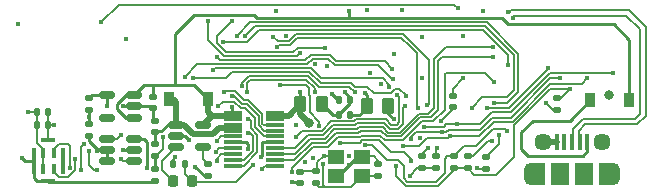
<source format=gbr>
%TF.GenerationSoftware,KiCad,Pcbnew,(6.0.0)*%
%TF.CreationDate,2022-04-23T18:16:10+01:00*%
%TF.ProjectId,pcb I,70636220-492e-46b6-9963-61645f706362,rev?*%
%TF.SameCoordinates,Original*%
%TF.FileFunction,Copper,L4,Bot*%
%TF.FilePolarity,Positive*%
%FSLAX46Y46*%
G04 Gerber Fmt 4.6, Leading zero omitted, Abs format (unit mm)*
G04 Created by KiCad (PCBNEW (6.0.0)) date 2022-04-23 18:16:10*
%MOMM*%
%LPD*%
G01*
G04 APERTURE LIST*
G04 Aperture macros list*
%AMRoundRect*
0 Rectangle with rounded corners*
0 $1 Rounding radius*
0 $2 $3 $4 $5 $6 $7 $8 $9 X,Y pos of 4 corners*
0 Add a 4 corners polygon primitive as box body*
4,1,4,$2,$3,$4,$5,$6,$7,$8,$9,$2,$3,0*
0 Add four circle primitives for the rounded corners*
1,1,$1+$1,$2,$3*
1,1,$1+$1,$4,$5*
1,1,$1+$1,$6,$7*
1,1,$1+$1,$8,$9*
0 Add four rect primitives between the rounded corners*
20,1,$1+$1,$2,$3,$4,$5,0*
20,1,$1+$1,$4,$5,$6,$7,0*
20,1,$1+$1,$6,$7,$8,$9,0*
20,1,$1+$1,$8,$9,$2,$3,0*%
G04 Aperture macros list end*
%TA.AperFunction,SMDPad,CuDef*%
%ADD10RoundRect,0.218750X-0.218750X-0.256250X0.218750X-0.256250X0.218750X0.256250X-0.218750X0.256250X0*%
%TD*%
%TA.AperFunction,SMDPad,CuDef*%
%ADD11RoundRect,0.250000X-0.262500X-0.450000X0.262500X-0.450000X0.262500X0.450000X-0.262500X0.450000X0*%
%TD*%
%TA.AperFunction,SMDPad,CuDef*%
%ADD12R,1.400000X1.200000*%
%TD*%
%TA.AperFunction,SMDPad,CuDef*%
%ADD13RoundRect,0.135000X0.185000X-0.135000X0.185000X0.135000X-0.185000X0.135000X-0.185000X-0.135000X0*%
%TD*%
%TA.AperFunction,SMDPad,CuDef*%
%ADD14RoundRect,0.140000X0.170000X-0.140000X0.170000X0.140000X-0.170000X0.140000X-0.170000X-0.140000X0*%
%TD*%
%TA.AperFunction,SMDPad,CuDef*%
%ADD15RoundRect,0.135000X-0.135000X-0.185000X0.135000X-0.185000X0.135000X0.185000X-0.135000X0.185000X0*%
%TD*%
%TA.AperFunction,SMDPad,CuDef*%
%ADD16RoundRect,0.135000X-0.185000X0.135000X-0.185000X-0.135000X0.185000X-0.135000X0.185000X0.135000X0*%
%TD*%
%TA.AperFunction,SMDPad,CuDef*%
%ADD17R,0.900000X1.200000*%
%TD*%
%TA.AperFunction,SMDPad,CuDef*%
%ADD18R,0.400000X1.350000*%
%TD*%
%TA.AperFunction,SMDPad,CuDef*%
%ADD19R,1.500000X1.900000*%
%TD*%
%TA.AperFunction,ComponentPad*%
%ADD20C,1.450000*%
%TD*%
%TA.AperFunction,SMDPad,CuDef*%
%ADD21R,1.200000X1.900000*%
%TD*%
%TA.AperFunction,ComponentPad*%
%ADD22O,1.200000X1.900000*%
%TD*%
%TA.AperFunction,SMDPad,CuDef*%
%ADD23RoundRect,0.250000X0.262500X0.450000X-0.262500X0.450000X-0.262500X-0.450000X0.262500X-0.450000X0*%
%TD*%
%TA.AperFunction,SMDPad,CuDef*%
%ADD24RoundRect,0.140000X-0.170000X0.140000X-0.170000X-0.140000X0.170000X-0.140000X0.170000X0.140000X0*%
%TD*%
%TA.AperFunction,SMDPad,CuDef*%
%ADD25R,0.406400X0.939800*%
%TD*%
%TA.AperFunction,SMDPad,CuDef*%
%ADD26R,1.295400X0.355600*%
%TD*%
%TA.AperFunction,SMDPad,CuDef*%
%ADD27R,0.355600X2.311400*%
%TD*%
%TA.AperFunction,SMDPad,CuDef*%
%ADD28RoundRect,0.140000X-0.140000X-0.170000X0.140000X-0.170000X0.140000X0.170000X-0.140000X0.170000X0*%
%TD*%
%TA.AperFunction,SMDPad,CuDef*%
%ADD29RoundRect,0.150000X0.512500X0.150000X-0.512500X0.150000X-0.512500X-0.150000X0.512500X-0.150000X0*%
%TD*%
%TA.AperFunction,SMDPad,CuDef*%
%ADD30RoundRect,0.150000X-0.512500X-0.150000X0.512500X-0.150000X0.512500X0.150000X-0.512500X0.150000X0*%
%TD*%
%TA.AperFunction,SMDPad,CuDef*%
%ADD31R,1.600000X0.300000*%
%TD*%
%TA.AperFunction,SMDPad,CuDef*%
%ADD32RoundRect,0.140000X0.140000X0.170000X-0.140000X0.170000X-0.140000X-0.170000X0.140000X-0.170000X0*%
%TD*%
%TA.AperFunction,ViaPad*%
%ADD33C,0.400000*%
%TD*%
%TA.AperFunction,ViaPad*%
%ADD34C,0.800000*%
%TD*%
%TA.AperFunction,Conductor*%
%ADD35C,0.127000*%
%TD*%
%TA.AperFunction,Conductor*%
%ADD36C,0.254000*%
%TD*%
%TA.AperFunction,Conductor*%
%ADD37C,0.508000*%
%TD*%
%TA.AperFunction,Conductor*%
%ADD38C,0.200000*%
%TD*%
G04 APERTURE END LIST*
D10*
%TO.P,CHG1,1,C*%
%TO.N,Net-(CHG1-Pad1)*%
X89212500Y-95200000D03*
%TO.P,CHG1,2,A*%
%TO.N,/CHRG_STAT*%
X90787500Y-95200000D03*
%TD*%
D11*
%TO.P,FB70,1,P$1*%
%TO.N,GND*%
X100000000Y-88720000D03*
%TO.P,FB70,2,P$2*%
%TO.N,GNDA*%
X101825000Y-88720000D03*
%TD*%
D12*
%TO.P,X20,1,1*%
%TO.N,Net-(C22-Pad1)*%
X105200000Y-94800000D03*
%TO.P,X20,2,2*%
%TO.N,Net-(C23-Pad1)*%
X103000000Y-93200000D03*
%TO.P,X20,GND1*%
%TO.N,N/C*%
X105200000Y-93200000D03*
%TO.P,X20,GND2*%
X103000000Y-94800000D03*
%TD*%
D13*
%TO.P,R25,1,1*%
%TO.N,GND*%
X110290000Y-94160000D03*
%TO.P,R25,2,2*%
%TO.N,/GPIO0*%
X110290000Y-93140000D03*
%TD*%
D14*
%TO.P,C22,1,1*%
%TO.N,Net-(C22-Pad1)*%
X106600000Y-94780000D03*
%TO.P,C22,2,2*%
%TO.N,GND*%
X106600000Y-93820000D03*
%TD*%
D13*
%TO.P,R26,1,1*%
%TO.N,GND*%
X111450000Y-94160000D03*
%TO.P,R26,2,2*%
%TO.N,/GPIO1*%
X111450000Y-93140000D03*
%TD*%
D15*
%TO.P,R72,1,1*%
%TO.N,+3V3*%
X89190000Y-93800000D03*
%TO.P,R72,2,2*%
%TO.N,/CHRG_STAT*%
X90210000Y-93800000D03*
%TD*%
D16*
%TO.P,R70,1,1*%
%TO.N,/A4*%
X87700000Y-94180000D03*
%TO.P,R70,2,2*%
%TO.N,GND*%
X87700000Y-95200000D03*
%TD*%
D14*
%TO.P,C74,1,1*%
%TO.N,+3V3*%
X82100000Y-91380000D03*
%TO.P,C74,2,2*%
%TO.N,GND*%
X82100000Y-90420000D03*
%TD*%
D17*
%TO.P,D71,1,C*%
%TO.N,VBUS*%
X92150000Y-88300000D03*
%TO.P,D71,2,A*%
%TO.N,+BATT*%
X88850000Y-88300000D03*
%TD*%
D18*
%TO.P,CN70,1,VBUS*%
%TO.N,Net-(CN70-Pad1)*%
X124300000Y-91900000D03*
%TO.P,CN70,2,D+*%
%TO.N,/D+*%
X123650000Y-91900000D03*
%TO.P,CN70,3,D-*%
%TO.N,/D-*%
X123000000Y-91900000D03*
%TO.P,CN70,4,ID*%
%TO.N,unconnected-(CN70-Pad4)*%
X122350000Y-91900000D03*
%TO.P,CN70,5,GND*%
%TO.N,GND*%
X121700000Y-91900000D03*
D19*
%TO.P,CN70,6,GND*%
X122000000Y-94600000D03*
D20*
X120500000Y-91900000D03*
D21*
X120100000Y-94600000D03*
D19*
X124000000Y-94600000D03*
D22*
X119500000Y-94600000D03*
D20*
X125500000Y-91900000D03*
D22*
X126500000Y-94600000D03*
D21*
X125900000Y-94600000D03*
%TD*%
D13*
%TO.P,R24,1,1*%
%TO.N,+3.3VA*%
X114150000Y-94160000D03*
%TO.P,R24,2,2*%
%TO.N,/D5*%
X114150000Y-93140000D03*
%TD*%
D16*
%TO.P,R73,1,1*%
%TO.N,Net-(R73-Pad1)*%
X92200000Y-93790000D03*
%TO.P,R73,2,2*%
%TO.N,GND*%
X92200000Y-94810000D03*
%TD*%
D23*
%TO.P,FB71,1,P$1*%
%TO.N,+3.3VA*%
X107425000Y-88900000D03*
%TO.P,FB71,2,P$2*%
%TO.N,VDDA*%
X105600000Y-88900000D03*
%TD*%
D24*
%TO.P,C71,1,1*%
%TO.N,VBUS*%
X87500000Y-88120000D03*
%TO.P,C71,2,2*%
%TO.N,GND*%
X87500000Y-89080000D03*
%TD*%
D13*
%TO.P,R23,1,1*%
%TO.N,+3.3VA*%
X113020000Y-94160000D03*
%TO.P,R23,2,2*%
%TO.N,/D6*%
X113020000Y-93140000D03*
%TD*%
D25*
%TO.P,U9,1,VDD*%
%TO.N,+3V3*%
X78214792Y-94176275D03*
%TO.P,U9,2,LR*%
X78214792Y-92823725D03*
%TO.P,U9,3,CLK*%
%TO.N,/DMIC1_CLK*%
X79116492Y-92823725D03*
%TO.P,U9,4,DOUT*%
%TO.N,/DMIC1_L*%
X79116492Y-94176275D03*
D26*
%TO.P,U9,5,GND*%
%TO.N,GND*%
X78665642Y-95227200D03*
%TO.P,U9,6,GND*%
X78665642Y-91772800D03*
D27*
%TO.P,U9,7,GND*%
X77440092Y-93500000D03*
%TO.P,U9,8,GND*%
X79891192Y-93500000D03*
%TD*%
D17*
%TO.P,D72,1,C*%
%TO.N,VBUS*%
X127850000Y-88400000D03*
%TO.P,D72,2,A*%
%TO.N,Net-(CN70-Pad1)*%
X124550000Y-88400000D03*
%TD*%
D24*
%TO.P,C23,1,1*%
%TO.N,Net-(C23-Pad1)*%
X100000000Y-94420000D03*
%TO.P,C23,2,2*%
%TO.N,GND*%
X100000000Y-95380000D03*
%TD*%
D28*
%TO.P,C90,1,1*%
%TO.N,+3V3*%
X77685642Y-89400000D03*
%TO.P,C90,2,2*%
%TO.N,GND*%
X78645642Y-89400000D03*
%TD*%
D29*
%TO.P,U70,1,IN*%
%TO.N,VBUS*%
X85937500Y-87950000D03*
%TO.P,U70,2,GND*%
%TO.N,GND*%
X85937500Y-88900000D03*
%TO.P,U70,3,EN*%
%TO.N,VBUS*%
X85937500Y-89850000D03*
%TO.P,U70,4,P4*%
%TO.N,unconnected-(U70-Pad4)*%
X83662500Y-89850000D03*
%TO.P,U70,5,OUT*%
%TO.N,+3V3*%
X83662500Y-87950000D03*
%TD*%
D30*
%TO.P,U72,1,STAT*%
%TO.N,Net-(CHG1-Pad1)*%
X89462500Y-92350000D03*
%TO.P,U72,2,VSS*%
%TO.N,GND*%
X89462500Y-91400000D03*
%TO.P,U72,3,VBAT*%
%TO.N,+BATT*%
X89462500Y-90450000D03*
%TO.P,U72,4,VDD*%
%TO.N,VBUS*%
X91737500Y-90450000D03*
%TO.P,U72,5,PROG*%
%TO.N,Net-(R73-Pad1)*%
X91737500Y-92350000D03*
%TD*%
D24*
%TO.P,C24,1,1*%
%TO.N,+3.3VA*%
X121700000Y-88220000D03*
%TO.P,C24,2,2*%
%TO.N,GND*%
X121700000Y-89180000D03*
%TD*%
D14*
%TO.P,C11,1,1*%
%TO.N,+3V3*%
X112900000Y-88980000D03*
%TO.P,C11,2,2*%
%TO.N,GND*%
X112900000Y-88020000D03*
%TD*%
D13*
%TO.P,R22,1,1*%
%TO.N,Net-(C22-Pad1)*%
X101300000Y-95410000D03*
%TO.P,R22,2,2*%
%TO.N,Net-(C23-Pad1)*%
X101300000Y-94390000D03*
%TD*%
D14*
%TO.P,C77,1,1*%
%TO.N,+BATT*%
X87700000Y-91080000D03*
%TO.P,C77,2,2*%
%TO.N,GND*%
X87700000Y-90120000D03*
%TD*%
D29*
%TO.P,U71,1,VOUT2*%
%TO.N,+3.3VA*%
X85937500Y-91650000D03*
%TO.P,U71,2,GND*%
%TO.N,GND*%
X85937500Y-92600000D03*
%TO.P,U71,3,EN2*%
%TO.N,/D4*%
X85937500Y-93550000D03*
%TO.P,U71,4,EN1*%
%TO.N,+3V3*%
X83662500Y-93550000D03*
%TO.P,U71,5,VIN*%
X83662500Y-92600000D03*
%TO.P,U71,6,VOUT1*%
%TO.N,+1V8*%
X83662500Y-91650000D03*
%TD*%
D16*
%TO.P,R71,1,1*%
%TO.N,+BATT*%
X87700000Y-92120000D03*
%TO.P,R71,2,2*%
%TO.N,/A4*%
X87700000Y-93140000D03*
%TD*%
D28*
%TO.P,C20,1,1*%
%TO.N,Net-(C20-Pad1)*%
X103232500Y-88400000D03*
%TO.P,C20,2,2*%
%TO.N,GNDA*%
X104192500Y-88400000D03*
%TD*%
%TO.P,C91,1,1*%
%TO.N,+3V3*%
X77685642Y-90500000D03*
%TO.P,C91,2,2*%
%TO.N,GND*%
X78645642Y-90500000D03*
%TD*%
D31*
%TO.P,J10,1,Pin_1*%
%TO.N,/vs1053_LEFT*%
X94250000Y-93950000D03*
%TO.P,J10,2,Pin_2*%
%TO.N,/vs1053_RIGHT*%
X94250000Y-93450000D03*
%TO.P,J10,3,Pin_3*%
%TO.N,/AOHPL*%
X94250000Y-92950000D03*
%TO.P,J10,4,Pin_4*%
%TO.N,/AOHPR*%
X94250000Y-92450000D03*
%TO.P,J10,5,Pin_5*%
%TO.N,GNDA*%
X94250000Y-91950000D03*
%TO.P,J10,6,Pin_6*%
%TO.N,/D7*%
X94250000Y-91450000D03*
%TO.P,J10,7,Pin_7*%
%TO.N,+BATT*%
X94250000Y-90950000D03*
%TO.P,J10,8,Pin_8*%
X94250000Y-90450000D03*
%TO.P,J10,9,Pin_9*%
%TO.N,VBUS*%
X94250000Y-89950000D03*
%TO.P,J10,10,Pin_10*%
X94250000Y-89450000D03*
%TO.P,J10,11,Pin_11*%
%TO.N,+1V8*%
X97850000Y-93950000D03*
%TO.P,J10,12,Pin_12*%
%TO.N,/SDA*%
X97850000Y-93450000D03*
%TO.P,J10,13,Pin_13*%
%TO.N,/SCL*%
X97850000Y-92950000D03*
%TO.P,J10,14,Pin_14*%
%TO.N,/D3*%
X97850000Y-92450000D03*
%TO.P,J10,15,Pin_15*%
%TO.N,+3V3*%
X97850000Y-91950000D03*
%TO.P,J10,16,Pin_16*%
%TO.N,/A3*%
X97850000Y-91450000D03*
%TO.P,J10,17,Pin_17*%
%TO.N,/D2*%
X97850000Y-90950000D03*
%TO.P,J10,18,Pin_18*%
%TO.N,/D11*%
X97850000Y-90450000D03*
%TO.P,J10,19,Pin_19*%
%TO.N,GND*%
X97850000Y-89950000D03*
%TO.P,J10,20,Pin_20*%
X97850000Y-89450000D03*
%TD*%
D24*
%TO.P,C72,1,1*%
%TO.N,+3V3*%
X82100000Y-88220000D03*
%TO.P,C72,2,2*%
%TO.N,GND*%
X82100000Y-89180000D03*
%TD*%
D32*
%TO.P,C70,1,1*%
%TO.N,VDDA*%
X104192500Y-89600000D03*
%TO.P,C70,2,2*%
%TO.N,GNDA*%
X103232500Y-89600000D03*
%TD*%
D16*
%TO.P,R10,1,1*%
%TO.N,/D13*%
X115730000Y-93160000D03*
%TO.P,R10,2,2*%
%TO.N,Net-(D10-Pad2)*%
X115730000Y-94180000D03*
%TD*%
D33*
%TO.N,GND*%
X79132003Y-90500000D03*
X101089163Y-93302621D03*
X105600000Y-80763000D03*
X76100000Y-81900000D03*
X85000000Y-92600000D03*
X110300000Y-86500000D03*
X104100000Y-93900000D03*
X76450000Y-93300000D03*
X85000000Y-88900000D03*
X91100000Y-94000000D03*
X100000000Y-87724500D03*
X113781250Y-82981250D03*
X120800000Y-88600000D03*
X106800000Y-87037011D03*
D34*
X100752637Y-90330920D03*
D33*
X110300000Y-83000000D03*
X109240000Y-94830000D03*
X82100000Y-89800000D03*
X113800000Y-86500000D03*
X85200000Y-83200000D03*
X97900000Y-80800000D03*
D34*
X126100000Y-87900000D03*
D33*
X90584423Y-91759073D03*
X99300000Y-95300000D03*
%TO.N,Net-(C20-Pad1)*%
X102645499Y-87839545D03*
%TO.N,GNDA*%
X103750000Y-87725000D03*
X95527595Y-92493646D03*
X105900000Y-86073989D03*
X101219399Y-85317553D03*
%TO.N,/~{RESET}*%
X83100000Y-81800000D03*
X113300000Y-80600000D03*
X109365892Y-93500017D03*
X103322740Y-91964840D03*
%TO.N,Net-(C22-Pad1)*%
X101900000Y-93800000D03*
%TO.N,Net-(C23-Pad1)*%
X101967561Y-93084032D03*
%TO.N,+3.3VA*%
X86980500Y-94100498D03*
X122785880Y-87463000D03*
X104100000Y-93100000D03*
X99600000Y-90500000D03*
X107900000Y-90000000D03*
X100419666Y-93619666D03*
X108100000Y-93973989D03*
%TO.N,+3V3*%
X111900000Y-90159700D03*
X98800000Y-82906060D03*
X110100000Y-91548711D03*
X76950000Y-89400000D03*
X107925000Y-84500000D03*
X89400000Y-93200000D03*
X108600000Y-80763000D03*
X82800000Y-92700000D03*
X83600000Y-88900000D03*
X96663104Y-93199565D03*
X115500000Y-80831011D03*
%TO.N,VDDA*%
X105500000Y-87800000D03*
X102226162Y-85475221D03*
%TO.N,VBUS*%
X104125000Y-80800000D03*
X94220000Y-88960000D03*
%TO.N,+1V8*%
X101600000Y-90530920D03*
X98254369Y-87090849D03*
X84800000Y-91310480D03*
X96710000Y-94230000D03*
%TO.N,/MISO*%
X110500931Y-90622700D03*
X113238000Y-90437000D03*
X126505000Y-86095000D03*
%TO.N,/SCLK*%
X124300000Y-86536480D03*
X108701608Y-92231489D03*
X112700000Y-91400000D03*
%TO.N,/MOSI*%
X109400931Y-91700931D03*
X122000000Y-86536480D03*
X112000000Y-91100000D03*
%TO.N,/D5*%
X116259517Y-91859517D03*
X120977967Y-85634958D03*
X115810862Y-89073480D03*
%TO.N,/D13*%
X116816826Y-91305571D03*
%TO.N,/GPIO1*%
X111600000Y-92400000D03*
%TO.N,/D6*%
X105437000Y-92200498D03*
X117529621Y-90979051D03*
%TO.N,/GPIO0*%
X110794500Y-92400000D03*
%TO.N,/SCL*%
X116303119Y-83906021D03*
%TO.N,/SDA*%
X116300000Y-84700000D03*
%TO.N,/D2*%
X94238503Y-88033989D03*
X114500000Y-89000000D03*
X95300000Y-82956604D03*
%TO.N,/CHRG_STAT*%
X92600000Y-85800000D03*
X95973500Y-93900000D03*
X107495210Y-87295210D03*
%TO.N,/A4*%
X90200000Y-86400000D03*
X88400500Y-91520949D03*
X107800000Y-86600000D03*
%TO.N,/vs1053_RIGHT*%
X95021962Y-87145007D03*
X104582417Y-87713502D03*
X95524234Y-91140347D03*
%TO.N,/vs1053_LEFT*%
X95584287Y-89963046D03*
X101219594Y-87718396D03*
X95500000Y-87700000D03*
%TO.N,/AOHPR*%
X81454173Y-94299989D03*
X81675919Y-92112023D03*
X92834598Y-92734598D03*
%TO.N,/AOHPL*%
X82100000Y-92720949D03*
X92900000Y-93500000D03*
X82800000Y-94300000D03*
%TO.N,/LED1*%
X94175000Y-81704084D03*
X102100000Y-84000000D03*
%TO.N,/LED2*%
X100000000Y-84400000D03*
X92150000Y-81704084D03*
%TO.N,/D9*%
X108200000Y-87900000D03*
X99600000Y-91500000D03*
%TO.N,/D4*%
X84800000Y-93400000D03*
X90900000Y-86500000D03*
X108900000Y-88012000D03*
%TO.N,/D3*%
X108826011Y-88900000D03*
%TO.N,/BM83_UART_RX*%
X109958987Y-89043649D03*
X98000000Y-83877880D03*
%TO.N,/BM83_UART_TX*%
X110726967Y-88828112D03*
X97700000Y-83000000D03*
%TO.N,/D11*%
X94600000Y-82956604D03*
X116353826Y-88600000D03*
X93569077Y-87716831D03*
%TO.N,/D10*%
X99290500Y-94500000D03*
X116400000Y-86800000D03*
%TO.N,/D7*%
X93461279Y-83440543D03*
X92900000Y-91808587D03*
X117600000Y-85424502D03*
%TO.N,/D-*%
X118033623Y-81407894D03*
%TO.N,/D+*%
X117538647Y-80912918D03*
%TO.N,/DMIC1_CLK*%
X80468494Y-94100000D03*
%TO.N,/DMIC1_L*%
X80931494Y-93373989D03*
%TO.N,Net-(D10-Pad2)*%
X114936180Y-94150000D03*
%TO.N,/A3*%
X93000000Y-88900000D03*
X92900000Y-84700000D03*
X107778315Y-85707885D03*
%TD*%
D35*
%TO.N,GND*%
X112900000Y-88020000D02*
X112900000Y-87400000D01*
D36*
X103200000Y-94800000D02*
X103000000Y-94800000D01*
X77440092Y-93500000D02*
X76650000Y-93500000D01*
X77727200Y-95227200D02*
X78665642Y-95227200D01*
D35*
X106600000Y-93500000D02*
X106200000Y-93100000D01*
D36*
X87500000Y-89080000D02*
X87500000Y-89920000D01*
X90225350Y-91400000D02*
X90584423Y-91759073D01*
X78665642Y-95227200D02*
X78747173Y-95308731D01*
D35*
X121700000Y-89180000D02*
X121380000Y-89180000D01*
D37*
X100000000Y-88720000D02*
X100000000Y-89578283D01*
D36*
X87591269Y-95308731D02*
X78747173Y-95308731D01*
D35*
X78665642Y-91772800D02*
X78665642Y-90520000D01*
D36*
X87500000Y-89920000D02*
X87700000Y-90120000D01*
D37*
X120500000Y-91900000D02*
X121696489Y-91900000D01*
D36*
X85937500Y-88900000D02*
X87320000Y-88900000D01*
X82100000Y-90420000D02*
X82100000Y-89800000D01*
X99920000Y-95300000D02*
X100000000Y-95380000D01*
D35*
X78645642Y-90500000D02*
X79132003Y-90500000D01*
D36*
X87591269Y-95308731D02*
X87700000Y-95200000D01*
X85937500Y-92600000D02*
X85000000Y-92600000D01*
D35*
X78645642Y-90500000D02*
X78645642Y-89400000D01*
X112900000Y-87400000D02*
X113800000Y-86500000D01*
X111450000Y-94160000D02*
X110290000Y-94160000D01*
X106600000Y-93820000D02*
X106600000Y-93500000D01*
D36*
X76650000Y-93500000D02*
X76450000Y-93300000D01*
X89462500Y-91400000D02*
X90225350Y-91400000D01*
X92200000Y-94810000D02*
X91910000Y-94810000D01*
X104800000Y-93200000D02*
X105200000Y-93200000D01*
D35*
X121380000Y-89180000D02*
X120800000Y-88600000D01*
D36*
X99300000Y-95300000D02*
X99920000Y-95300000D01*
X77440092Y-93500000D02*
X77440092Y-94940092D01*
X104100000Y-93900000D02*
X104800000Y-93200000D01*
D37*
X99980000Y-88720000D02*
X99000000Y-89700000D01*
D36*
X85937500Y-88900000D02*
X85000000Y-88900000D01*
X104100000Y-93900000D02*
X103200000Y-94800000D01*
D35*
X109910000Y-94160000D02*
X110290000Y-94160000D01*
D37*
X99000000Y-89700000D02*
X97300000Y-89700000D01*
D36*
X105200000Y-93100000D02*
X104854008Y-93100000D01*
X100000000Y-87724500D02*
X100000000Y-88720000D01*
X82100000Y-89180000D02*
X82100000Y-89800000D01*
D35*
X106200000Y-93100000D02*
X105200000Y-93100000D01*
D36*
X87320000Y-88900000D02*
X87500000Y-89080000D01*
X91910000Y-94810000D02*
X91100000Y-94000000D01*
D35*
X78665642Y-90520000D02*
X78645642Y-90500000D01*
D36*
X77440092Y-94940092D02*
X77727200Y-95227200D01*
D37*
X100000000Y-89578283D02*
X100752637Y-90330920D01*
D35*
X109240000Y-94830000D02*
X109910000Y-94160000D01*
D36*
%TO.N,Net-(C20-Pad1)*%
X103205954Y-88400000D02*
X102645499Y-87839545D01*
X103232500Y-88400000D02*
X103205954Y-88400000D01*
%TO.N,GNDA*%
X102725000Y-89600000D02*
X101825000Y-88700000D01*
X94250000Y-91950000D02*
X95353022Y-91950000D01*
X103750000Y-87725000D02*
X104192500Y-88167500D01*
X104192500Y-88167500D02*
X104192500Y-88400000D01*
X103232500Y-89590242D02*
X104192500Y-88630242D01*
X95353022Y-91950000D02*
X95527595Y-92124573D01*
X103232500Y-89600000D02*
X102725000Y-89600000D01*
X95527595Y-92124573D02*
X95527595Y-92493646D01*
D35*
%TO.N,/~{RESET}*%
X103322740Y-91964840D02*
X105017860Y-91964840D01*
X105017860Y-91964840D02*
X105243749Y-91738951D01*
X109365892Y-93345892D02*
X109365892Y-93500017D01*
X105243749Y-91737487D02*
X106627487Y-91737487D01*
X107650000Y-92760000D02*
X108780000Y-92760000D01*
X113000000Y-80300000D02*
X113300000Y-80600000D01*
X105243749Y-91738951D02*
X105243749Y-91737487D01*
X83100000Y-81800000D02*
X84600000Y-80300000D01*
X106627487Y-91737487D02*
X107650000Y-92760000D01*
X108780000Y-92760000D02*
X109365892Y-93345892D01*
X84600000Y-80300000D02*
X113000000Y-80300000D01*
%TO.N,Net-(C22-Pad1)*%
X101920999Y-95520999D02*
X102100000Y-95700000D01*
X105200000Y-94800000D02*
X104300000Y-95700000D01*
X104300000Y-95700000D02*
X102100000Y-95700000D01*
X101920999Y-93820999D02*
X101920999Y-95520999D01*
X102100000Y-95700000D02*
X101590000Y-95700000D01*
X106580000Y-94800000D02*
X106600000Y-94780000D01*
X105200000Y-94800000D02*
X106580000Y-94800000D01*
X101590000Y-95700000D02*
X101300000Y-95410000D01*
X101900000Y-93800000D02*
X101920999Y-93820999D01*
%TO.N,Net-(C23-Pad1)*%
X102984032Y-93084032D02*
X103000000Y-93100000D01*
X101967561Y-93084032D02*
X102984032Y-93084032D01*
X101436989Y-94253011D02*
X101300000Y-94390000D01*
X101436989Y-93608213D02*
X101436989Y-94253011D01*
X101967561Y-93084032D02*
X101961170Y-93084032D01*
X101300000Y-94390000D02*
X100030000Y-94390000D01*
X100030000Y-94390000D02*
X100000000Y-94420000D01*
X101961170Y-93084032D02*
X101436989Y-93608213D01*
%TO.N,+3.3VA*%
X108100000Y-94806568D02*
X108912963Y-95619531D01*
X121160539Y-87463000D02*
X122785880Y-87463000D01*
X108912963Y-95619531D02*
X111660469Y-95619531D01*
X122785880Y-87463000D02*
X122028880Y-88220000D01*
X111660469Y-95619531D02*
X113020000Y-94260000D01*
D36*
X85937500Y-91650000D02*
X86750000Y-91650000D01*
D35*
X116561770Y-94720000D02*
X118107487Y-93174283D01*
D36*
X86750000Y-91650000D02*
X86980500Y-91880500D01*
D35*
X113020000Y-94160000D02*
X114150000Y-94160000D01*
D36*
X86980500Y-91880500D02*
X86980500Y-94100498D01*
D35*
X114150000Y-94160000D02*
X114710000Y-94720000D01*
X122028880Y-88220000D02*
X121700000Y-88220000D01*
D36*
X107425000Y-89525000D02*
X107900000Y-90000000D01*
X107425000Y-88900000D02*
X107425000Y-89525000D01*
D35*
X113020000Y-94260000D02*
X113020000Y-94160000D01*
X118107487Y-90516051D02*
X121160539Y-87463000D01*
X108100000Y-93973989D02*
X108100000Y-94806568D01*
X118107487Y-93174283D02*
X118107487Y-90516051D01*
X114710000Y-94720000D02*
X116561770Y-94720000D01*
%TO.N,+3V3*%
X78214792Y-92547500D02*
X77685642Y-92018350D01*
D36*
X83662500Y-87950000D02*
X82370000Y-87950000D01*
D35*
X112900000Y-88980000D02*
X112900000Y-89159700D01*
X89190000Y-93800000D02*
X89190000Y-93410000D01*
X77685642Y-92018350D02*
X77685642Y-90500000D01*
D36*
X82100000Y-91800000D02*
X82100000Y-91380000D01*
D35*
X78214792Y-94176275D02*
X78214792Y-92823725D01*
X77685642Y-89400000D02*
X76950000Y-89400000D01*
D36*
X97850000Y-91950000D02*
X96746978Y-91950000D01*
D35*
X112900000Y-89159700D02*
X111900000Y-90159700D01*
X77685642Y-89400000D02*
X77685642Y-90500000D01*
D36*
X82900000Y-92600000D02*
X82800000Y-92700000D01*
X83662500Y-92600000D02*
X82900000Y-92600000D01*
X96723489Y-91973489D02*
X96723489Y-93139180D01*
X82900000Y-92600000D02*
X82100000Y-91800000D01*
D35*
X78214792Y-92823725D02*
X78214792Y-92547500D01*
D36*
X82370000Y-87950000D02*
X82100000Y-88220000D01*
X96746978Y-91950000D02*
X96723489Y-91973489D01*
X83662500Y-88837500D02*
X83600000Y-88900000D01*
X83662500Y-93550000D02*
X83662500Y-92600000D01*
X96723489Y-93139180D02*
X96663104Y-93199565D01*
X83662500Y-87950000D02*
X83662500Y-88837500D01*
D35*
X89190000Y-93410000D02*
X89400000Y-93200000D01*
D36*
%TO.N,VDDA*%
X105600000Y-87900000D02*
X105500000Y-87800000D01*
X104192500Y-89600000D02*
X105000000Y-89600000D01*
X105600000Y-88900000D02*
X105600000Y-87900000D01*
X105000000Y-89600000D02*
X105600000Y-89000000D01*
D37*
%TO.N,VBUS*%
X92500000Y-89700000D02*
X94240000Y-89700000D01*
D36*
X84473489Y-89118089D02*
X84473489Y-88681911D01*
X126534405Y-81934405D02*
X117565595Y-81934405D01*
X85205400Y-89850000D02*
X84473489Y-89118089D01*
X94220000Y-88960000D02*
X94220000Y-89680000D01*
X104100000Y-81400000D02*
X104100000Y-80825000D01*
X107900000Y-81400000D02*
X104100000Y-81400000D01*
D37*
X94240000Y-89700000D02*
X94800000Y-89700000D01*
X94800000Y-89700000D02*
X94653511Y-89846489D01*
D36*
X87500000Y-87100000D02*
X86787500Y-87100000D01*
X117031190Y-81400000D02*
X107900000Y-81400000D01*
X104100000Y-81400000D02*
X96300000Y-81400000D01*
X89500000Y-87100000D02*
X87500000Y-87100000D01*
D37*
X91750000Y-90450000D02*
X92500000Y-89700000D01*
D36*
X92150000Y-88300000D02*
X90950000Y-87100000D01*
X86787500Y-87100000D02*
X85937500Y-87950000D01*
X104100000Y-80825000D02*
X104125000Y-80800000D01*
X96300000Y-81400000D02*
X96077573Y-81177573D01*
D37*
X92150000Y-89350000D02*
X92150000Y-88300000D01*
D36*
X117565595Y-81934405D02*
X117031190Y-81400000D01*
X85205400Y-87950000D02*
X85937500Y-87950000D01*
X89400000Y-87000000D02*
X89500000Y-87100000D01*
X127850000Y-83250000D02*
X126534405Y-81934405D01*
X84473489Y-88681911D02*
X85205400Y-87950000D01*
X91022427Y-81177573D02*
X89400000Y-82800000D01*
X85937500Y-89850000D02*
X85205400Y-89850000D01*
X127850000Y-88400000D02*
X127850000Y-83250000D01*
X89400000Y-82800000D02*
X89400000Y-87000000D01*
X87500000Y-88120000D02*
X87500000Y-87100000D01*
D37*
X91737500Y-90450000D02*
X91750000Y-90450000D01*
D36*
X94220000Y-89680000D02*
X94240000Y-89700000D01*
X96077573Y-81177573D02*
X91022427Y-81177573D01*
D37*
X92500000Y-89700000D02*
X92150000Y-89350000D01*
D36*
X90950000Y-87100000D02*
X89500000Y-87100000D01*
D37*
X94653511Y-89846489D02*
X94250000Y-89846489D01*
D35*
%TO.N,+1V8*%
X101600000Y-90530920D02*
X101600000Y-90240643D01*
X101600000Y-90240643D02*
X100775520Y-89416163D01*
X84460480Y-91650000D02*
X83662500Y-91650000D01*
X97850000Y-93950000D02*
X96990000Y-93950000D01*
X100756583Y-87356583D02*
X100490849Y-87090849D01*
X100775520Y-87918937D02*
X100756583Y-87900000D01*
X100490849Y-87090849D02*
X98254369Y-87090849D01*
X96990000Y-93950000D02*
X96710000Y-94230000D01*
X100756583Y-87900000D02*
X100756583Y-87356583D01*
X100775520Y-89416163D02*
X100775520Y-87918937D01*
X84800000Y-91310480D02*
X84460480Y-91650000D01*
D36*
%TO.N,+BATT*%
X88205562Y-90994438D02*
X88750000Y-90450000D01*
D37*
X89200000Y-88300000D02*
X89462500Y-88562500D01*
X89462500Y-88562500D02*
X89462500Y-90450000D01*
D36*
X87785562Y-90994438D02*
X88205562Y-90994438D01*
X87700000Y-91080000D02*
X87785562Y-90994438D01*
D37*
X90175031Y-90450000D02*
X90928551Y-91203520D01*
D36*
X87700000Y-92120000D02*
X87700000Y-91080000D01*
X88750000Y-90450000D02*
X89462500Y-90450000D01*
D37*
X88850000Y-88300000D02*
X89200000Y-88300000D01*
X90928551Y-91203520D02*
X92621480Y-91203520D01*
X93125000Y-90700000D02*
X94800000Y-90700000D01*
X89462500Y-90450000D02*
X90175031Y-90450000D01*
X92621480Y-91203520D02*
X93125000Y-90700000D01*
D35*
%TO.N,/MISO*%
X116217177Y-89400000D02*
X117800000Y-89400000D01*
X113238000Y-90437000D02*
X112363000Y-90437000D01*
X126483480Y-86073480D02*
X126505000Y-86095000D01*
X117800000Y-89400000D02*
X121126520Y-86073480D01*
X115180174Y-90437000D02*
X116217177Y-89400000D01*
X110500931Y-90622700D02*
X112177300Y-90622700D01*
X113238000Y-90437000D02*
X115180174Y-90437000D01*
X121126520Y-86073480D02*
X126483480Y-86073480D01*
X112363000Y-90437000D02*
X112177300Y-90622700D01*
%TO.N,/SCLK*%
X115140712Y-91400000D02*
X116351182Y-90189531D01*
X112700000Y-91400000D02*
X115140712Y-91400000D01*
X117972238Y-90189531D02*
X121161769Y-87000000D01*
X110072020Y-92231489D02*
X110738509Y-91565000D01*
X123836480Y-87000000D02*
X124300000Y-86536480D01*
X121161769Y-87000000D02*
X123836480Y-87000000D01*
X112535000Y-91565000D02*
X110738509Y-91565000D01*
X116351182Y-90189531D02*
X117972238Y-90189531D01*
X112535000Y-91565000D02*
X112700000Y-91400000D01*
X108701608Y-92231489D02*
X110072020Y-92231489D01*
%TO.N,/MOSI*%
X121163520Y-86536480D02*
X122000000Y-86536480D01*
X116215934Y-89863011D02*
X117836989Y-89863011D01*
X112000000Y-91100000D02*
X112345202Y-91100000D01*
X109400931Y-91507919D02*
X109823139Y-91085711D01*
X112545202Y-90900000D02*
X115178943Y-90900000D01*
X112345202Y-91100000D02*
X112545202Y-90900000D01*
X117836989Y-89863011D02*
X121163520Y-86536480D01*
X109400931Y-91700931D02*
X109400931Y-91507919D01*
X109823139Y-91085711D02*
X111985711Y-91085711D01*
X111985711Y-91085711D02*
X112000000Y-91100000D01*
X115178943Y-90900000D02*
X116215934Y-89863011D01*
%TO.N,/D5*%
X120977967Y-85722033D02*
X120977967Y-85634958D01*
X120800000Y-85900000D02*
X117626520Y-89073480D01*
X114580000Y-93140000D02*
X115860483Y-91859517D01*
X115860483Y-91859517D02*
X116259517Y-91859517D01*
X114150000Y-93140000D02*
X114580000Y-93140000D01*
X117626520Y-89073480D02*
X115810862Y-89073480D01*
X120800000Y-85900000D02*
X120977967Y-85722033D01*
%TO.N,/D13*%
X116816826Y-91305571D02*
X116816826Y-92073174D01*
X116816826Y-92073174D02*
X115730000Y-93160000D01*
%TO.N,/GPIO1*%
X111450000Y-93140000D02*
X111450000Y-92550000D01*
X111450000Y-92550000D02*
X111600000Y-92400000D01*
%TO.N,/D6*%
X108750000Y-93969191D02*
X108254787Y-93473978D01*
X112210000Y-94570000D02*
X112210000Y-93360000D01*
X112430000Y-93140000D02*
X113020000Y-93140000D01*
X107300000Y-93473978D02*
X106026022Y-92200000D01*
X112210000Y-93360000D02*
X112430000Y-93140000D01*
X108254787Y-93473978D02*
X107300000Y-93473978D01*
X108750000Y-94994798D02*
X108750000Y-93969191D01*
X106026022Y-92200000D02*
X106025524Y-92200498D01*
X117393130Y-90842560D02*
X116297440Y-90842560D01*
X117529621Y-90979051D02*
X117393130Y-90842560D01*
X106025524Y-92200498D02*
X105437000Y-92200498D01*
X116297440Y-90842560D02*
X114860000Y-92280000D01*
X111486989Y-95293011D02*
X112210000Y-94570000D01*
X109048213Y-95293011D02*
X108750000Y-94994798D01*
X113880000Y-92280000D02*
X113020000Y-93140000D01*
X111486989Y-95293011D02*
X109048213Y-95293011D01*
X114860000Y-92280000D02*
X113880000Y-92280000D01*
%TO.N,/GPIO0*%
X110290000Y-93140000D02*
X110290000Y-92904500D01*
X110290000Y-92904500D02*
X110794500Y-92400000D01*
%TO.N,/SCL*%
X104769908Y-90826060D02*
X102883198Y-90826060D01*
X104952908Y-90643060D02*
X104769908Y-90826060D01*
X102062298Y-91646960D02*
X100814052Y-91646960D01*
X116303119Y-83906021D02*
X112293979Y-83906021D01*
X107437716Y-91116051D02*
X106964724Y-90643060D01*
X111313011Y-89013011D02*
X110819362Y-89506660D01*
X108407489Y-91116051D02*
X107437716Y-91116051D01*
X102883198Y-90826060D02*
X102062298Y-91646960D01*
X106964724Y-90643060D02*
X104952908Y-90643060D01*
X99511010Y-92950000D02*
X97850000Y-92950000D01*
X110819362Y-89506660D02*
X110016879Y-89506660D01*
X112293979Y-83906021D02*
X111313011Y-84886989D01*
X110016879Y-89506660D02*
X108407489Y-91116051D01*
X100814052Y-91646960D02*
X99511010Y-92950000D01*
X111313011Y-84886989D02*
X111313011Y-89013011D01*
%TO.N,/SDA*%
X100949301Y-91973480D02*
X99472780Y-93450000D01*
X111961770Y-84700000D02*
X111639531Y-85022239D01*
X102197548Y-91973480D02*
X100949301Y-91973480D01*
X111639531Y-89235249D02*
X111041600Y-89833180D01*
X105088144Y-90969580D02*
X104905144Y-91152580D01*
X111639531Y-85022239D02*
X111639531Y-89235249D01*
X103018448Y-91152580D02*
X102197548Y-91973480D01*
X104905144Y-91152580D02*
X103018448Y-91152580D01*
X116300000Y-84700000D02*
X111961770Y-84700000D01*
X111041600Y-89833180D02*
X110152128Y-89833180D01*
X108542739Y-91442571D02*
X107302467Y-91442571D01*
X107302467Y-91442571D02*
X106829476Y-90969580D01*
X99472780Y-93450000D02*
X97850000Y-93450000D01*
X106829476Y-90969580D02*
X105088144Y-90969580D01*
X110152128Y-89833180D02*
X108542739Y-91442571D01*
%TO.N,/D2*%
X96400000Y-82116540D02*
X96140064Y-82116540D01*
X115516540Y-82116540D02*
X96400000Y-82116540D01*
X114500000Y-89000000D02*
X115363011Y-88136989D01*
X117501241Y-88136989D02*
X118100000Y-87538230D01*
X96912208Y-90950000D02*
X97850000Y-90950000D01*
X94410557Y-88033989D02*
X95087037Y-88710469D01*
X115630205Y-82116540D02*
X115516540Y-82116540D01*
X95087037Y-88710469D02*
X95448261Y-88710469D01*
X96140064Y-82116540D02*
X95300000Y-82956604D01*
X96456460Y-89718668D02*
X96456460Y-90494251D01*
X95448261Y-88710469D02*
X96456460Y-89718668D01*
X115363011Y-88136989D02*
X117501241Y-88136989D01*
X94238503Y-88033989D02*
X94410557Y-88033989D01*
X118100000Y-84586335D02*
X115630205Y-82116540D01*
X96456460Y-90494251D02*
X96912208Y-90950000D01*
X118100000Y-87538230D02*
X118100000Y-84586335D01*
%TO.N,/CHRG_STAT*%
X101784066Y-86536989D02*
X100894036Y-85646960D01*
X107495210Y-87295210D02*
X107495210Y-87077423D01*
X90787500Y-95200000D02*
X90930520Y-95343020D01*
X90210000Y-94622500D02*
X90787500Y-95200000D01*
X100894036Y-85646960D02*
X92753040Y-85646960D01*
X90210000Y-93800000D02*
X90210000Y-94622500D01*
X107495210Y-87077423D02*
X106954776Y-86536989D01*
X92753040Y-85646960D02*
X92600000Y-85800000D01*
X106954776Y-86536989D02*
X101784066Y-86536989D01*
X94530480Y-95343020D02*
X95973500Y-93900000D01*
X90930520Y-95343020D02*
X94530480Y-95343020D01*
%TO.N,Net-(R73-Pad1)*%
X91737500Y-93327500D02*
X91737500Y-92450000D01*
X92200000Y-93790000D02*
X91737500Y-93327500D01*
%TO.N,/A4*%
X106500000Y-85400000D02*
X102890916Y-85400000D01*
X88400000Y-92500000D02*
X87760000Y-93140000D01*
X102890916Y-85400000D02*
X102345458Y-84854542D01*
X87760000Y-93140000D02*
X87700000Y-93140000D01*
X91279560Y-85320440D02*
X90200000Y-86400000D01*
X100561714Y-85320440D02*
X91279560Y-85320440D01*
X101027612Y-84854542D02*
X100561714Y-85320440D01*
D36*
X87700000Y-94180000D02*
X87700000Y-93140000D01*
D35*
X107755686Y-86600000D02*
X106555686Y-85400000D01*
X107800000Y-86600000D02*
X107755686Y-86600000D01*
X106555686Y-85400000D02*
X106500000Y-85400000D01*
X88400000Y-92500000D02*
X88400000Y-91521449D01*
X88400000Y-91521449D02*
X88400500Y-91520949D01*
X102345458Y-84854542D02*
X101027612Y-84854542D01*
%TO.N,/vs1053_RIGHT*%
X104582417Y-87713502D02*
X104130904Y-87261989D01*
X100623538Y-86300000D02*
X95638728Y-86300000D01*
X95021962Y-86916766D02*
X95021962Y-87145007D01*
X95638728Y-86300000D02*
X95021962Y-86916766D01*
X101585527Y-87261989D02*
X100623538Y-86300000D01*
X96006949Y-92669073D02*
X96006949Y-91450000D01*
X104130904Y-87261989D02*
X101585527Y-87261989D01*
X95697296Y-91140347D02*
X95524234Y-91140347D01*
X94250000Y-93450000D02*
X95226022Y-93450000D01*
X95226022Y-93450000D02*
X96006949Y-92669073D01*
X96006949Y-91450000D02*
X95697296Y-91140347D01*
%TO.N,/vs1053_LEFT*%
X95663046Y-89963046D02*
X95803420Y-90103420D01*
X95187791Y-93950000D02*
X94250000Y-93950000D01*
X95500000Y-86900498D02*
X95772660Y-86627838D01*
X95584287Y-89963046D02*
X95663046Y-89963046D01*
X95500000Y-87700000D02*
X95500000Y-86900498D01*
X96333469Y-91294801D02*
X96333469Y-92804322D01*
X100489607Y-86627838D02*
X101219594Y-87357825D01*
X101219594Y-87357825D02*
X101219594Y-87718396D01*
X95803420Y-90764752D02*
X96333469Y-91294801D01*
X96333469Y-92804322D02*
X95187791Y-93950000D01*
X95803420Y-90103420D02*
X95803420Y-90764752D01*
X95772660Y-86627838D02*
X100489607Y-86627838D01*
%TO.N,/AOHPR*%
X81454173Y-92333769D02*
X81675919Y-92112023D01*
X81454173Y-94299989D02*
X81454173Y-92333769D01*
X94250000Y-92450000D02*
X93119196Y-92450000D01*
X93119196Y-92450000D02*
X92834598Y-92734598D01*
%TO.N,/AOHPL*%
X92900000Y-93323978D02*
X92900000Y-93500000D01*
X94250000Y-92950000D02*
X93273978Y-92950000D01*
X82500000Y-94300000D02*
X82100000Y-93900000D01*
X82100000Y-93900000D02*
X82100000Y-92720949D01*
X82800000Y-94300000D02*
X82500000Y-94300000D01*
X93273978Y-92950000D02*
X92900000Y-93323978D01*
%TO.N,/LED1*%
X93706818Y-84340880D02*
X92900000Y-83534062D01*
X92900000Y-82979084D02*
X94175000Y-81704084D01*
X99803891Y-83936989D02*
X99400000Y-84340880D01*
X99400000Y-84340880D02*
X93706818Y-84340880D01*
X92900000Y-83534062D02*
X92900000Y-82979084D01*
X102100000Y-84000000D02*
X102036989Y-83936989D01*
X102036989Y-83936989D02*
X99803891Y-83936989D01*
%TO.N,/LED2*%
X100000000Y-84400000D02*
X99732600Y-84667400D01*
X99732600Y-84667400D02*
X93567400Y-84667400D01*
X93567400Y-84667400D02*
X92150000Y-83250000D01*
X92150000Y-83250000D02*
X92150000Y-81704084D01*
%TO.N,/D9*%
X107708213Y-90463011D02*
X107235222Y-89990020D01*
X108200000Y-87900000D02*
X108363011Y-88063011D01*
X101791789Y-90993929D02*
X100106071Y-90993929D01*
X108363011Y-90236989D02*
X108136989Y-90463011D01*
X108136989Y-90463011D02*
X107708213Y-90463011D01*
X104682436Y-89990020D02*
X104499436Y-90173020D01*
X100106071Y-90993929D02*
X99600000Y-91500000D01*
X108363011Y-88063011D02*
X108363011Y-90236989D01*
X104499436Y-90173020D02*
X102612698Y-90173020D01*
X107235222Y-89990020D02*
X104682436Y-89990020D01*
X102612698Y-90173020D02*
X101791789Y-90993929D01*
%TO.N,/D4*%
X84950000Y-93550000D02*
X84800000Y-93400000D01*
X94226520Y-85973480D02*
X93700000Y-86500000D01*
X108354798Y-87400000D02*
X108045202Y-87400000D01*
X108900000Y-87945202D02*
X108354798Y-87400000D01*
X107645202Y-87800000D02*
X106200000Y-87800000D01*
X108045202Y-87400000D02*
X107645202Y-87800000D01*
X106200000Y-87800000D02*
X105650491Y-87250491D01*
X105650491Y-87250491D02*
X104581176Y-87250491D01*
X93700000Y-86500000D02*
X90900000Y-86500000D01*
X100758787Y-85973480D02*
X94226520Y-85973480D01*
X85937500Y-93550000D02*
X84950000Y-93550000D01*
X104266153Y-86935469D02*
X101720777Y-86935469D01*
X101720777Y-86935469D02*
X100758787Y-85973480D01*
X108900000Y-88012000D02*
X108900000Y-87945202D01*
X104581176Y-87250491D02*
X104266153Y-86935469D01*
%TO.N,/D3*%
X101927048Y-91320440D02*
X100678800Y-91320440D01*
X108826011Y-88900000D02*
X108689531Y-89036480D01*
X102747948Y-90499540D02*
X101927048Y-91320440D01*
X100678800Y-91320440D02*
X99549240Y-92450000D01*
X99549240Y-92450000D02*
X97850000Y-92450000D01*
X108272239Y-90789531D02*
X107572964Y-90789531D01*
X108689531Y-89036480D02*
X108689531Y-90372239D01*
X107099973Y-90316540D02*
X104817672Y-90316540D01*
X104634672Y-90499540D02*
X102747948Y-90499540D01*
X104817672Y-90316540D02*
X104634672Y-90499540D01*
X107572964Y-90789531D02*
X107099973Y-90316540D01*
X108689531Y-90372239D02*
X108272239Y-90789531D01*
%TO.N,/BM83_UART_RX*%
X108546100Y-83096100D02*
X99900000Y-83096100D01*
X99726528Y-83096100D02*
X99127036Y-83695591D01*
X98182289Y-83695591D02*
X98000000Y-83877880D01*
X99127036Y-83695591D02*
X98182289Y-83695591D01*
X109958987Y-89043649D02*
X109836989Y-88921651D01*
X99900000Y-83096100D02*
X99726528Y-83096100D01*
X109276520Y-83826520D02*
X108546100Y-83096100D01*
X109836989Y-84386989D02*
X109276520Y-83826520D01*
X109836989Y-88921651D02*
X109836989Y-84386989D01*
%TO.N,/BM83_UART_TX*%
X110850000Y-88705079D02*
X110726967Y-88828112D01*
X110850000Y-84938231D02*
X110850000Y-88705079D01*
X108681349Y-82769580D02*
X110850000Y-84938231D01*
X99591278Y-82769580D02*
X108681349Y-82769580D01*
X98991787Y-83369071D02*
X99591278Y-82769580D01*
X97700000Y-83000000D02*
X98069071Y-83369071D01*
X98069071Y-83369071D02*
X98991787Y-83369071D01*
%TO.N,/D11*%
X115765455Y-81790020D02*
X115590020Y-81790020D01*
X115590020Y-81790020D02*
X96400000Y-81790020D01*
X96782980Y-90359002D02*
X96782980Y-89583418D01*
X96400000Y-81790020D02*
X95766584Y-81790020D01*
X95583511Y-88383949D02*
X95243261Y-88383949D01*
X95243261Y-88383949D02*
X94430290Y-87570978D01*
X96873978Y-90450000D02*
X96782980Y-90359002D01*
X96782980Y-89583418D02*
X95583511Y-88383949D01*
X118426520Y-84451085D02*
X115765455Y-81790020D01*
X94430290Y-87570978D02*
X93714930Y-87570978D01*
X93714930Y-87570978D02*
X93569077Y-87716831D01*
X95766584Y-81790020D02*
X94600000Y-82956604D01*
X97850000Y-90450000D02*
X96873978Y-90450000D01*
X116353826Y-88600000D02*
X117500000Y-88600000D01*
X118426520Y-87673479D02*
X118426520Y-84451085D01*
X117500000Y-88600000D02*
X118426520Y-87673479D01*
%TO.N,/D10*%
X111240300Y-90159700D02*
X112200000Y-89200000D01*
X103153698Y-91479100D02*
X105040393Y-91479100D01*
X108677989Y-91769091D02*
X110287380Y-90159700D01*
X101084550Y-92300000D02*
X102332798Y-92300000D01*
X99290500Y-94094049D02*
X101084550Y-92300000D01*
X110287380Y-90159700D02*
X111240300Y-90159700D01*
X115636989Y-86036989D02*
X116400000Y-86800000D01*
X102332798Y-92300000D02*
X103153698Y-91479100D01*
X112363011Y-86036989D02*
X115636989Y-86036989D01*
X112200000Y-86200000D02*
X112363011Y-86036989D01*
X112200000Y-89200000D02*
X112200000Y-86200000D01*
X106771617Y-91373489D02*
X107167219Y-91769091D01*
X107167219Y-91769091D02*
X108677989Y-91769091D01*
X105146004Y-91373489D02*
X106771617Y-91373489D01*
X99290500Y-94500000D02*
X99290500Y-94094049D01*
X105040393Y-91479100D02*
X105146004Y-91373489D01*
%TO.N,/D7*%
X96468342Y-82443060D02*
X95500000Y-83411402D01*
X117600000Y-85424502D02*
X117600000Y-84548104D01*
X117600000Y-84548104D02*
X116494906Y-83443010D01*
X116494906Y-83443010D02*
X115494956Y-82443060D01*
X95470859Y-83440543D02*
X93461279Y-83440543D01*
X95500000Y-83411402D02*
X95470859Y-83440543D01*
X115494956Y-82443060D02*
X96600000Y-82443060D01*
X94250000Y-91450000D02*
X93258587Y-91450000D01*
X93258587Y-91450000D02*
X92900000Y-91808587D01*
X96600000Y-82443060D02*
X96468342Y-82443060D01*
D38*
%TO.N,/D-*%
X123906801Y-89974999D02*
X128306801Y-89974999D01*
X128775000Y-82393200D02*
X127606801Y-81225001D01*
X123100000Y-91325000D02*
X123100000Y-90781800D01*
X118033623Y-81231117D02*
X118033623Y-81407894D01*
X128306801Y-89974999D02*
X128775000Y-89506800D01*
X127606801Y-81225001D02*
X118039739Y-81225001D01*
X123000000Y-91900000D02*
X123000000Y-91425000D01*
X123000000Y-91425000D02*
X123100000Y-91325000D01*
X123100000Y-90781800D02*
X123906801Y-89974999D01*
X118039739Y-81225001D02*
X118033623Y-81231117D01*
X128775000Y-89506800D02*
X128775000Y-82393200D01*
%TO.N,/D+*%
X123650000Y-91425000D02*
X123550000Y-91325000D01*
X117853343Y-80774999D02*
X117715424Y-80912918D01*
X124093199Y-90425001D02*
X128493199Y-90425001D01*
X129225000Y-82206800D02*
X127793199Y-80774999D01*
X117715424Y-80912918D02*
X117538647Y-80912918D01*
X127793199Y-80774999D02*
X117853343Y-80774999D01*
X123550000Y-91325000D02*
X123550000Y-90968200D01*
X129225000Y-89693200D02*
X129225000Y-82206800D01*
X123550000Y-90968200D02*
X124093199Y-90425001D01*
X123650000Y-91900000D02*
X123650000Y-91425000D01*
X128493199Y-90425001D02*
X129225000Y-89693200D01*
D35*
%TO.N,/DMIC1_CLK*%
X80332003Y-92081289D02*
X79576353Y-92081289D01*
X80468494Y-94100000D02*
X80468494Y-92217780D01*
X79116492Y-92541150D02*
X79576353Y-92081289D01*
X80468494Y-92217780D02*
X80332003Y-92081289D01*
X79116492Y-92823725D02*
X79116492Y-92541150D01*
%TO.N,/DMIC1_L*%
X79116492Y-94442975D02*
X79592228Y-94918711D01*
X80931494Y-93373989D02*
X80931494Y-94291798D01*
X80931494Y-94291798D02*
X80304581Y-94918711D01*
X79592228Y-94918711D02*
X80304581Y-94918711D01*
X79116492Y-94176275D02*
X79116492Y-94450850D01*
X79116492Y-94176275D02*
X79116492Y-94442975D01*
%TO.N,Net-(CHG1-Pad1)*%
X88283020Y-93529480D02*
X88283020Y-94270520D01*
X89462500Y-92350000D02*
X88283020Y-93529480D01*
X88283020Y-94270520D02*
X89212500Y-95200000D01*
D36*
%TO.N,Net-(CN70-Pad1)*%
X124300000Y-91900000D02*
X124300000Y-92700000D01*
X118700000Y-91100000D02*
X119700000Y-90100000D01*
X119700000Y-90100000D02*
X122850000Y-90100000D01*
X124300000Y-92700000D02*
X123900000Y-93100000D01*
X122850000Y-90100000D02*
X124550000Y-88400000D01*
X119300000Y-93100000D02*
X118700000Y-92500000D01*
X123900000Y-93100000D02*
X119300000Y-93100000D01*
X118700000Y-92500000D02*
X118700000Y-91100000D01*
D35*
%TO.N,Net-(D10-Pad2)*%
X115730000Y-94180000D02*
X114966180Y-94180000D01*
X114966180Y-94180000D02*
X114936180Y-94150000D01*
%TO.N,/A3*%
X94411787Y-88496989D02*
X94951787Y-89036989D01*
X100865898Y-84528022D02*
X102480707Y-84528022D01*
X103026165Y-85073480D02*
X107126164Y-85073480D01*
X107778315Y-85707885D02*
X107760569Y-85707885D01*
X100406080Y-84993920D02*
X100865898Y-84534102D01*
X93403011Y-88496989D02*
X94411787Y-88496989D01*
X96129940Y-90629500D02*
X96950438Y-91450000D01*
X100865898Y-84534102D02*
X100865898Y-84528022D01*
X102480707Y-84528022D02*
X103026165Y-85073480D01*
X96129940Y-89853918D02*
X96129940Y-90629500D01*
X92900000Y-84700000D02*
X93193920Y-84993920D01*
X93000000Y-88900000D02*
X93403011Y-88496989D01*
X96950438Y-91450000D02*
X97850000Y-91450000D01*
X93193920Y-84993920D02*
X100406080Y-84993920D01*
X107760569Y-85707885D02*
X107126164Y-85073480D01*
X94951787Y-89036989D02*
X95313011Y-89036989D01*
X95313011Y-89036989D02*
X96129940Y-89853918D01*
%TD*%
M02*

</source>
